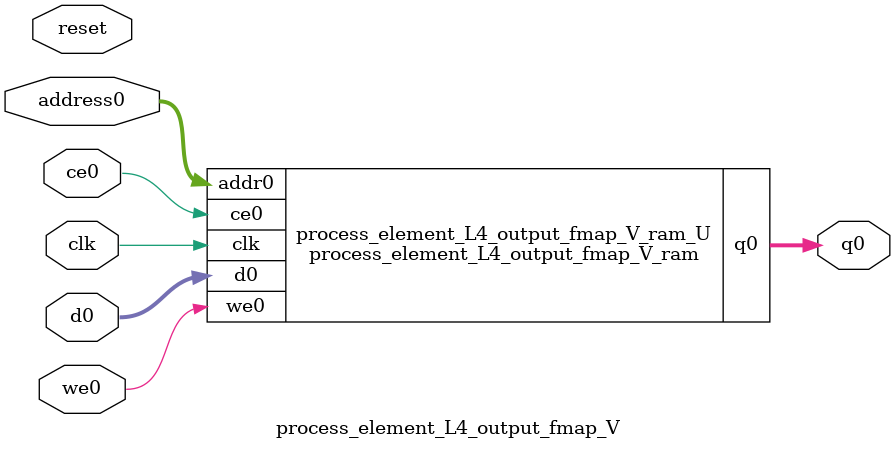
<source format=v>
`timescale 1 ns / 1 ps
module process_element_L4_output_fmap_V_ram (addr0, ce0, d0, we0, q0,  clk);

parameter DWIDTH = 15;
parameter AWIDTH = 11;
parameter MEM_SIZE = 1152;

input[AWIDTH-1:0] addr0;
input ce0;
input[DWIDTH-1:0] d0;
input we0;
output reg[DWIDTH-1:0] q0;
input clk;

(* ram_style = "block" *)reg [DWIDTH-1:0] ram[0:MEM_SIZE-1];




always @(posedge clk)  
begin 
    if (ce0) begin
        if (we0) 
            ram[addr0] <= d0; 
        q0 <= ram[addr0];
    end
end


endmodule

`timescale 1 ns / 1 ps
module process_element_L4_output_fmap_V(
    reset,
    clk,
    address0,
    ce0,
    we0,
    d0,
    q0);

parameter DataWidth = 32'd15;
parameter AddressRange = 32'd1152;
parameter AddressWidth = 32'd11;
input reset;
input clk;
input[AddressWidth - 1:0] address0;
input ce0;
input we0;
input[DataWidth - 1:0] d0;
output[DataWidth - 1:0] q0;



process_element_L4_output_fmap_V_ram process_element_L4_output_fmap_V_ram_U(
    .clk( clk ),
    .addr0( address0 ),
    .ce0( ce0 ),
    .we0( we0 ),
    .d0( d0 ),
    .q0( q0 ));

endmodule


</source>
